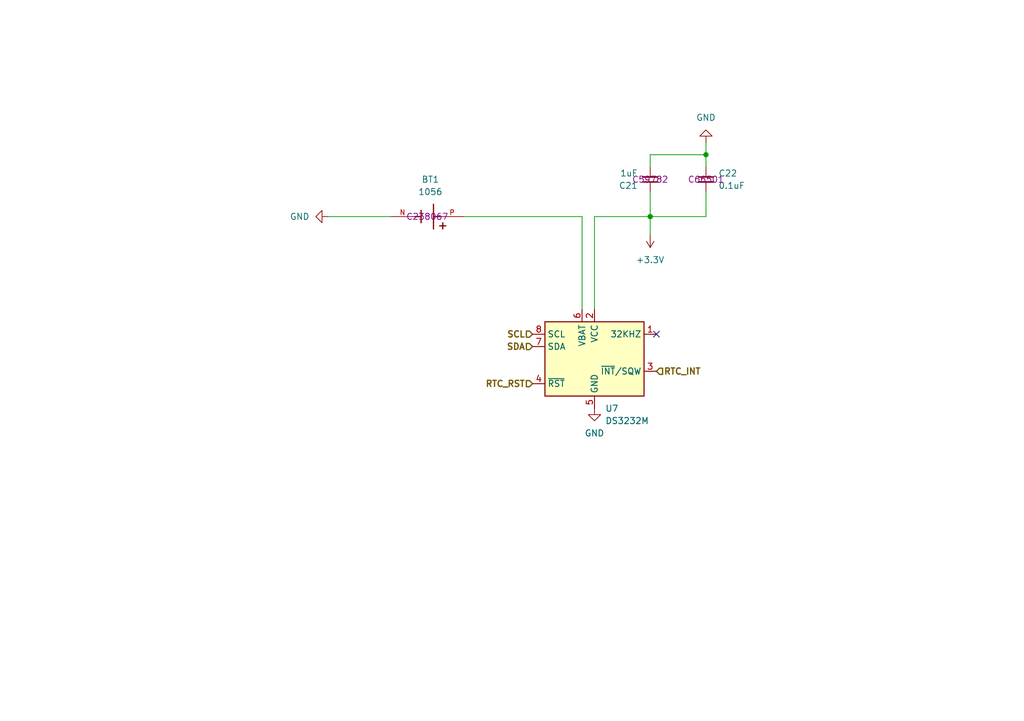
<source format=kicad_sch>
(kicad_sch (version 20250114) (generator "eeschema") (generator_version "9.0")
  (paper "A5")
  (lib_symbols
    (symbol "Device:C_Small" (pin_numbers (hide yes)) (pin_names (offset 0.254) (hide yes))
      (property "Reference" "C" (at 0.254 1.778 0))
      (property "Value" "C_Small" (at 0.254 -2.032 0))
      (symbol "C_Small_0_1"
        (polyline (pts (xy -1.524 0.508) (xy 1.524 0.508)) (stroke (width 0.3048)))
        (polyline (pts (xy -1.524 -0.508) (xy 1.524 -0.508)) (stroke (width 0.3302)))
      )
      (symbol "C_Small_1_1"
        (pin passive line (at 0 2.54 270) (length 2.032) (name "~") (number "1"))
        (pin passive line (at 0 -2.54 90) (length 2.032) (name "~") (number "2"))
      )
    )
    (symbol "Timer_RTC:DS3232M"
      (property "Reference" "U" (at -7.62 8.89 0))
      (property "Value" "DS3232M" (at 10.16 8.89 0))
      (symbol "DS3232M_0_1"
        (rectangle (start -10.16 7.62) (end 10.16 -7.62) (stroke (width 0.254)) (fill (type background)))
      )
      (symbol "DS3232M_1_1"
        (pin input line (at -12.7 5.08 0) (length 2.54) (name "SCL") (number "8"))
        (pin bidirectional line (at -12.7 2.54 0) (length 2.54) (name "SDA") (number "7"))
        (pin bidirectional line (at -12.7 -5.08 0) (length 2.54) (name "~{RST}") (number "4"))
        (pin power_in line (at -2.54 10.16 270) (length 2.54) (name "VBAT") (number "6"))
        (pin power_in line (at 0 10.16 270) (length 2.54) (name "VCC") (number "2"))
        (pin power_in line (at 0 -10.16 90) (length 2.54) (name "GND") (number "5"))
        (pin output line (at 12.7 5.08 180) (length 2.54) (name "32KHZ") (number "1"))
        (pin open_collector line (at 12.7 -2.54 180) (length 2.54) (name "~{INT}/SQW") (number "3"))
      )
    )
    (symbol "Vendor_Symbols:1056" (pin_names (offset 1.016))
      (property "Reference" "BT" (at -3.81 3.81 0))
      (property "Value" "1056" (at -3.81 -5.08 0))
      (symbol "1056_0_0"
        (polyline (pts (xy -3.81 1.905) (xy -2.54 1.905)) (stroke (width 0.254)))
        (polyline (pts (xy -3.175 2.54) (xy -3.175 1.27)) (stroke (width 0.254)))
        (polyline (pts (xy -1.27 2.54) (xy -1.27 0)) (stroke (width 0.254)))
        (polyline (pts (xy -1.27 0) (xy -2.54 0)) (stroke (width 0.254)))
        (polyline (pts (xy -1.27 0) (xy -1.27 -2.54)) (stroke (width 0.254)))
        (polyline (pts (xy 1.27 1.27) (xy 1.27 0)) (stroke (width 0.254)))
        (polyline (pts (xy 1.27 0) (xy 1.27 -1.27)) (stroke (width 0.254)))
        (polyline (pts (xy 1.27 0) (xy 2.54 0)) (stroke (width 0.254)))
        (pin passive line (at -7.62 0 0) (length 5.08) (name "~") (number "P"))
        (pin passive line (at 7.62 0 180) (length 5.08) (name "~") (number "N"))
      )
    )
    (symbol "power:+3.3V" (power) (pin_numbers (hide yes)) (pin_names (offset 0) (hide yes))
      (property "Value" "+3.3V" (at 0 3.556 0))
      (symbol "+3.3V_0_1"
        (polyline (pts (xy -0.762 1.27) (xy 0 2.54)))
        (polyline (pts (xy 0 2.54) (xy 0.762 1.27)))
        (polyline (pts (xy 0 0) (xy 0 2.54)))
      )
      (symbol "+3.3V_1_1"
        (pin power_in line (at 0 0 90) (length 0) (name "~") (number "1"))
      )
    )
    (symbol "power:GND" (power) (pin_numbers (hide yes)) (pin_names (offset 0) (hide yes))
      (property "Value" "GND" (at 0 -3.81 0))
      (symbol "GND_0_1"
        (polyline (pts (xy 0 0) (xy 0 -1.27) (xy 1.27 -1.27) (xy 0 -2.54) (xy -1.27 -1.27) (xy 0 -1.27)))
      )
      (symbol "GND_1_1"
        (pin power_in line (at 0 0 270) (length 0) (name "~") (number "1"))
      )
    )
  )
  (junction (at 133.35 44.45))
  (junction (at 144.78 31.75))
  (no_connect (at 134.62 68.58))
  (wire (pts (xy 95.25 44.45) (xy 119.38 44.45)))
  (wire (pts (xy 144.78 34.29) (xy 144.78 31.75)))
  (wire (pts (xy 144.78 44.45) (xy 133.35 44.45)))
  (wire (pts (xy 133.35 44.45) (xy 133.35 39.37)))
  (wire (pts (xy 121.92 44.45) (xy 121.92 63.5)))
  (wire (pts (xy 144.78 39.37) (xy 144.78 44.45)))
  (wire (pts (xy 144.78 31.75) (xy 144.78 29.21)))
  (wire (pts (xy 67.31 44.45) (xy 80.01 44.45)))
  (wire (pts (xy 144.78 31.75) (xy 133.35 31.75)))
  (wire (pts (xy 133.35 44.45) (xy 121.92 44.45)))
  (wire (pts (xy 119.38 63.5) (xy 119.38 44.45)))
  (wire (pts (xy 133.35 31.75) (xy 133.35 34.29)))
  (wire (pts (xy 133.35 48.26) (xy 133.35 44.45)))
  (hierarchical_label "RTC_RST" (shape input) (at 109.22 78.74 180) (effects (font (thickness 0.254) (bold yes))))
  (hierarchical_label "SCL" (shape input) (at 109.22 68.58 180) (effects (font (thickness 0.254) (bold yes))))
  (hierarchical_label "RTC_INT" (shape input) (at 134.62 76.2 0) (effects (font (thickness 0.254) (bold yes))))
  (hierarchical_label "SDA" (shape input) (at 109.22 71.12 180) (effects (font (thickness 0.254) (bold yes))))
  (symbol (lib_id "Timer_RTC:DS3232M") (at 121.92 73.66 0) (unit 1)
    (property "Reference" "U7" (at 124.1141 83.82 0) (effects (justify left)))
    (property "Value" "DS3232M" (at 124.1141 86.36 0) (effects (justify left)))
    (property "Footprint" "Package_SO:SOIC-8_3.9x4.9mm_P1.27mm" (effects (hide yes)))
    (property "Datasheet" "http://datasheets.maximintegrated.com/en/ds/DS3232M.pdf" (effects (hide yes)))
    (property "Description" "Real Time Clock (RTC) IC Clock/Calendar 236B I2C, 2-Wire Serial 8-SOIC (0.154\", 3.90mm Width)" (effects (hide yes)))
    (property "DigiKey Link" "https://www.digikey.com/en/products/detail/analog-devices-inc-maxim-integrated/DS3232MZ-TRL/3087654" (effects (hide yes)))
    (property "MPN" "DS3232MZ+TRL" (effects (hide yes)))
    (property "Manufacturer" "Analog Devices Inc./Maxim Integrated" (effects (hide yes)))
  )
  (symbol (lib_id "power:GND") (at 121.92 83.82 0) (unit 1)
    (property "Reference" "#PWR049" (effects (hide yes)))
    (property "Value" "GND" (at 121.92 88.9 0))
    (property "Description" "Power symbol creates a global label with name \"GND\" , ground" (effects (hide yes)))
  )
  (symbol (lib_id "Device:C_Small") (at 133.35 36.83 180) (unit 1)
    (property "Reference" "C21" (at 130.81 38.0938 0) (effects (justify left)))
    (property "Value" "1uF" (at 130.81 35.5538 0) (effects (justify left)))
    (property "Footprint" "Capacitor_SMD:C_0603_1608Metric_Pad1.08x0.95mm_HandSolder" (effects (hide yes)))
    (property "Description" "1 µF ±10% 16V Ceramic Capacitor X7R 0603 (1608 Metric)" (effects (hide yes)))
    (property "DigiKey Link" "https://www.digikey.com/en/products/detail/samsung-electro-mechanics/CL10B105KO8NNNC/3886677" (effects (hide yes)))
    (property "MPN" "CL10B105KO8NNNC" (effects (hide yes)))
    (property "Manufacturer" "Samsung Electro-Mechanics" (effects (hide yes)))
    (property "LCSC" "C59782" (at 133.35 36.83 0))
  )
  (symbol (lib_id "Device:C_Small") (at 144.78 36.83 0) (unit 1)
    (property "Reference" "C22" (at 147.32 35.5662 0) (effects (justify left)))
    (property "Value" "0.1uF" (at 147.32 38.1062 0) (effects (justify left)))
    (property "Footprint" "Capacitor_SMD:C_0603_1608Metric_Pad1.08x0.95mm_HandSolder" (effects (hide yes)))
    (property "Description" "0.1 µF ±10% 16V Ceramic Capacitor X7R 0603 (1608 Metric)" (effects (hide yes)))
    (property "MPN" "CL10B104KO8NNNC" (effects (hide yes)))
    (property "DigiKey Link" "https://www.digikey.com/en/products/detail/samsung-electro-mechanics/CL10B104KO8NNNC/3886663" (effects (hide yes)))
    (property "Manufacturer" "Samsung Electro-Mechanics" (effects (hide yes)))
    (property "LCSC" "C66501" (at 144.78 36.83 0))
  )
  (symbol (lib_id "power:+3.3V") (at 133.35 48.26 180) (unit 1)
    (property "Reference" "#PWR050" (effects (hide yes)))
    (property "Value" "+3.3V" (at 133.35 53.34 0))
    (property "Description" "Power symbol creates a global label with name \"+3.3V\"" (effects (hide yes)))
  )
  (symbol (lib_id "power:GND") (at 67.31 44.45 270) (unit 1)
    (property "Reference" "#PWR048" (effects (hide yes)))
    (property "Value" "GND" (at 63.5 44.4499 90) (effects (justify right)))
    (property "Description" "Power symbol creates a global label with name \"GND\" , ground" (effects (hide yes)))
  )
  (symbol (lib_id "power:GND") (at 144.78 29.21 180) (unit 1)
    (property "Reference" "#PWR051" (effects (hide yes)))
    (property "Value" "GND" (at 144.78 24.13 0))
    (property "Description" "Power symbol creates a global label with name \"GND\" , ground" (effects (hide yes)))
  )
  (symbol (lib_id "Vendor_Symbols:1056") (at 87.63 44.45 180) (unit 1)
    (property "Reference" "BT1" (at 88.265 36.83 0))
    (property "Value" "1056" (at 88.265 39.37 0))
    (property "Footprint" "Vendor_Footprints:BAT_1056" (effects (hide yes)))
    (property "Description" "Battery Holder (Open) Coin, 12.5mm 1 Cell SMD (SMT) Tab" (effects (hide yes)))
    (property "MPN" "1056" (effects (hide yes)))
    (property "Manufacturer" "Keystone Electronics" (effects (hide yes)))
    (property "DigiKey Link" "https://www.digikey.com/en/products/detail/keystone-electronics/1056/2020198" (effects (hide yes)))
    (property "LCSC" "C238067" (at 87.63 44.45 0))
  )
)
</source>
